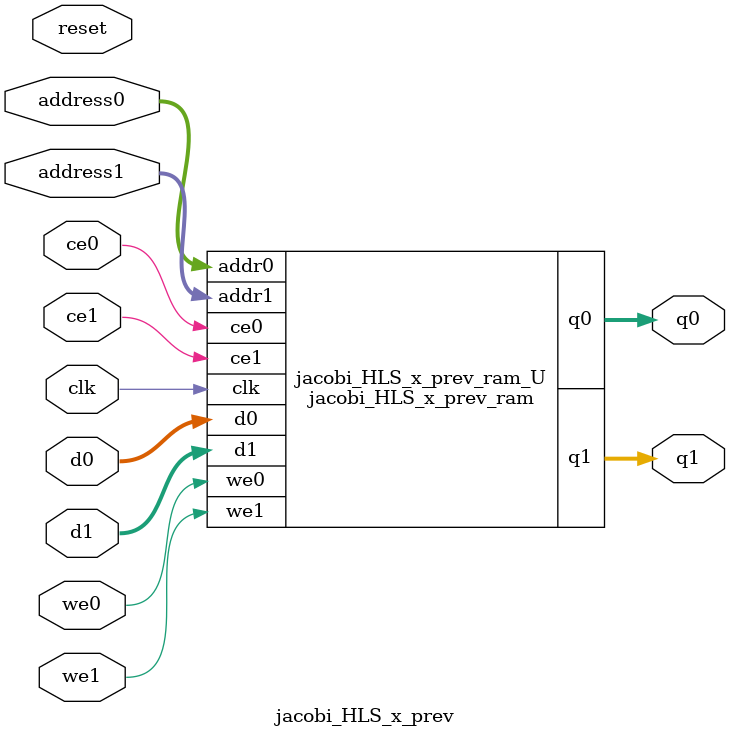
<source format=v>
`timescale 1 ns / 1 ps
module jacobi_HLS_x_prev_ram (addr0, ce0, d0, we0, q0, addr1, ce1, d1, we1, q1,  clk);

parameter DWIDTH = 32;
parameter AWIDTH = 4;
parameter MEM_SIZE = 16;

input[AWIDTH-1:0] addr0;
input ce0;
input[DWIDTH-1:0] d0;
input we0;
output reg[DWIDTH-1:0] q0;
input[AWIDTH-1:0] addr1;
input ce1;
input[DWIDTH-1:0] d1;
input we1;
output reg[DWIDTH-1:0] q1;
input clk;

(* ram_style = "block" *)reg [DWIDTH-1:0] ram[0:MEM_SIZE-1];




always @(posedge clk)  
begin 
    if (ce0) 
    begin
        if (we0) 
        begin 
            ram[addr0] <= d0; 
        end 
        q0 <= ram[addr0];
    end
end


always @(posedge clk)  
begin 
    if (ce1) 
    begin
        if (we1) 
        begin 
            ram[addr1] <= d1; 
        end 
        q1 <= ram[addr1];
    end
end


endmodule

`timescale 1 ns / 1 ps
module jacobi_HLS_x_prev(
    reset,
    clk,
    address0,
    ce0,
    we0,
    d0,
    q0,
    address1,
    ce1,
    we1,
    d1,
    q1);

parameter DataWidth = 32'd32;
parameter AddressRange = 32'd16;
parameter AddressWidth = 32'd4;
input reset;
input clk;
input[AddressWidth - 1:0] address0;
input ce0;
input we0;
input[DataWidth - 1:0] d0;
output[DataWidth - 1:0] q0;
input[AddressWidth - 1:0] address1;
input ce1;
input we1;
input[DataWidth - 1:0] d1;
output[DataWidth - 1:0] q1;



jacobi_HLS_x_prev_ram jacobi_HLS_x_prev_ram_U(
    .clk( clk ),
    .addr0( address0 ),
    .ce0( ce0 ),
    .we0( we0 ),
    .d0( d0 ),
    .q0( q0 ),
    .addr1( address1 ),
    .ce1( ce1 ),
    .we1( we1 ),
    .d1( d1 ),
    .q1( q1 ));

endmodule


</source>
